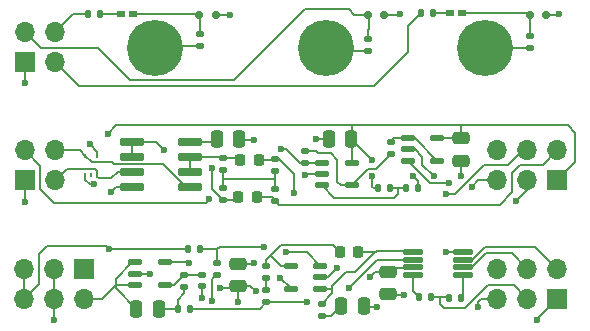
<source format=gbr>
%TF.GenerationSoftware,KiCad,Pcbnew,8.0.6*%
%TF.CreationDate,2024-11-12T19:13:31+01:00*%
%TF.ProjectId,EMG_amplifier,454d475f-616d-4706-9c69-666965722e6b,rev?*%
%TF.SameCoordinates,Original*%
%TF.FileFunction,Copper,L1,Top*%
%TF.FilePolarity,Positive*%
%FSLAX46Y46*%
G04 Gerber Fmt 4.6, Leading zero omitted, Abs format (unit mm)*
G04 Created by KiCad (PCBNEW 8.0.6) date 2024-11-12 19:13:31*
%MOMM*%
%LPD*%
G01*
G04 APERTURE LIST*
G04 Aperture macros list*
%AMRoundRect*
0 Rectangle with rounded corners*
0 $1 Rounding radius*
0 $2 $3 $4 $5 $6 $7 $8 $9 X,Y pos of 4 corners*
0 Add a 4 corners polygon primitive as box body*
4,1,4,$2,$3,$4,$5,$6,$7,$8,$9,$2,$3,0*
0 Add four circle primitives for the rounded corners*
1,1,$1+$1,$2,$3*
1,1,$1+$1,$4,$5*
1,1,$1+$1,$6,$7*
1,1,$1+$1,$8,$9*
0 Add four rect primitives between the rounded corners*
20,1,$1+$1,$2,$3,$4,$5,0*
20,1,$1+$1,$4,$5,$6,$7,0*
20,1,$1+$1,$6,$7,$8,$9,0*
20,1,$1+$1,$8,$9,$2,$3,0*%
G04 Aperture macros list end*
%TA.AperFunction,ComponentPad*%
%ADD10C,4.750000*%
%TD*%
%TA.AperFunction,ComponentPad*%
%ADD11O,1.700000X1.700000*%
%TD*%
%TA.AperFunction,ComponentPad*%
%ADD12R,1.700000X1.700000*%
%TD*%
%TA.AperFunction,SMDPad,CuDef*%
%ADD13RoundRect,0.135000X0.185000X-0.135000X0.185000X0.135000X-0.185000X0.135000X-0.185000X-0.135000X0*%
%TD*%
%TA.AperFunction,SMDPad,CuDef*%
%ADD14RoundRect,0.135000X0.135000X0.185000X-0.135000X0.185000X-0.135000X-0.185000X0.135000X-0.185000X0*%
%TD*%
%TA.AperFunction,SMDPad,CuDef*%
%ADD15RoundRect,0.225000X-0.225000X-0.250000X0.225000X-0.250000X0.225000X0.250000X-0.225000X0.250000X0*%
%TD*%
%TA.AperFunction,SMDPad,CuDef*%
%ADD16RoundRect,0.147500X0.457500X0.147500X-0.457500X0.147500X-0.457500X-0.147500X0.457500X-0.147500X0*%
%TD*%
%TA.AperFunction,SMDPad,CuDef*%
%ADD17RoundRect,0.135000X-0.185000X0.135000X-0.185000X-0.135000X0.185000X-0.135000X0.185000X0.135000X0*%
%TD*%
%TA.AperFunction,SMDPad,CuDef*%
%ADD18R,0.204000X0.353200*%
%TD*%
%TA.AperFunction,SMDPad,CuDef*%
%ADD19RoundRect,0.250000X0.250000X0.475000X-0.250000X0.475000X-0.250000X-0.475000X0.250000X-0.475000X0*%
%TD*%
%TA.AperFunction,SMDPad,CuDef*%
%ADD20RoundRect,0.250000X-0.475000X0.250000X-0.475000X-0.250000X0.475000X-0.250000X0.475000X0.250000X0*%
%TD*%
%TA.AperFunction,SMDPad,CuDef*%
%ADD21R,0.711200X0.558800*%
%TD*%
%TA.AperFunction,SMDPad,CuDef*%
%ADD22RoundRect,0.150000X0.150000X0.200000X-0.150000X0.200000X-0.150000X-0.200000X0.150000X-0.200000X0*%
%TD*%
%TA.AperFunction,SMDPad,CuDef*%
%ADD23RoundRect,0.225000X0.225000X0.250000X-0.225000X0.250000X-0.225000X-0.250000X0.225000X-0.250000X0*%
%TD*%
%TA.AperFunction,SMDPad,CuDef*%
%ADD24RoundRect,0.125000X0.687500X0.125000X-0.687500X0.125000X-0.687500X-0.125000X0.687500X-0.125000X0*%
%TD*%
%TA.AperFunction,SMDPad,CuDef*%
%ADD25RoundRect,0.147500X-0.457500X-0.147500X0.457500X-0.147500X0.457500X0.147500X-0.457500X0.147500X0*%
%TD*%
%TA.AperFunction,SMDPad,CuDef*%
%ADD26RoundRect,0.135000X-0.135000X-0.185000X0.135000X-0.185000X0.135000X0.185000X-0.135000X0.185000X0*%
%TD*%
%TA.AperFunction,SMDPad,CuDef*%
%ADD27RoundRect,0.250000X0.475000X-0.250000X0.475000X0.250000X-0.475000X0.250000X-0.475000X-0.250000X0*%
%TD*%
%TA.AperFunction,SMDPad,CuDef*%
%ADD28RoundRect,0.075000X-0.910000X-0.225000X0.910000X-0.225000X0.910000X0.225000X-0.910000X0.225000X0*%
%TD*%
%TA.AperFunction,SMDPad,CuDef*%
%ADD29RoundRect,0.140000X-0.170000X0.140000X-0.170000X-0.140000X0.170000X-0.140000X0.170000X0.140000X0*%
%TD*%
%TA.AperFunction,SMDPad,CuDef*%
%ADD30RoundRect,0.250000X-0.250000X-0.475000X0.250000X-0.475000X0.250000X0.475000X-0.250000X0.475000X0*%
%TD*%
%TA.AperFunction,ViaPad*%
%ADD31C,0.600000*%
%TD*%
%TA.AperFunction,Conductor*%
%ADD32C,0.200000*%
%TD*%
G04 APERTURE END LIST*
D10*
%TO.P,E2,1,Pin_1*%
%TO.N,/Electrode_Board/V_ER*%
X40000400Y-16067200D03*
%TD*%
%TO.P,E1,1,Pin_1*%
%TO.N,/Electrode_Board/V_E1*%
X53469200Y-16067200D03*
%TD*%
D11*
%TO.P,J4,6,Pin_6*%
%TO.N,unconnected-(J4-Pin_6-Pad6)*%
X54448000Y-24754600D03*
%TO.P,J4,5,Pin_5*%
%TO.N,GND*%
X54448000Y-27294600D03*
%TO.P,J4,4,Pin_4*%
%TO.N,/Filtering_Board/V_F2*%
X56988000Y-24754600D03*
%TO.P,J4,3,Pin_3*%
%TO.N,/Filtering_Board/V_CM*%
X56988000Y-27294600D03*
%TO.P,J4,2,Pin_2*%
%TO.N,/Filtering_Board/V_F1*%
X59528000Y-24754600D03*
D12*
%TO.P,J4,1,Pin_1*%
%TO.N,/Filtering_Board/+V_DD*%
X59528000Y-27294600D03*
%TD*%
D13*
%TO.P,R11,2*%
%TO.N,Net-(U1-IN-)*%
X27986200Y-35266400D03*
%TO.P,R11,1*%
%TO.N,Net-(C4-Pad1)*%
X27986200Y-36286400D03*
%TD*%
D11*
%TO.P,J7,6,Pin_6*%
%TO.N,+1V8*%
X14407400Y-37304800D03*
%TO.P,J7,5,Pin_5*%
X14407400Y-34764800D03*
%TO.P,J7,4,Pin_4*%
%TO.N,GND*%
X16947400Y-37304800D03*
%TO.P,J7,3,Pin_3*%
X16947400Y-34764800D03*
%TO.P,J7,2,Pin_2*%
%TO.N,/Processing_Board/V_EMG_OUT*%
X19487400Y-37304800D03*
D12*
%TO.P,J7,1,Pin_1*%
%TO.N,unconnected-(J7-Pin_1-Pad1)*%
X19487400Y-34764800D03*
%TD*%
D14*
%TO.P,R13,2*%
%TO.N,Net-(R13-Pad2)*%
X47880000Y-37200000D03*
%TO.P,R13,1*%
%TO.N,/Processing_Board/V_CM*%
X48900000Y-37200000D03*
%TD*%
D15*
%TO.P,C2,2*%
%TO.N,/Filtering_Board/V_F2*%
X34265000Y-25600000D03*
%TO.P,C2,1*%
%TO.N,Net-(U8--INB)*%
X32715000Y-25600000D03*
%TD*%
D16*
%TO.P,U3,5,V+*%
%TO.N,+1V8*%
X36982800Y-36453200D03*
%TO.P,U3,4,IN-*%
%TO.N,Net-(U3-IN-)*%
X36982800Y-34553200D03*
%TO.P,U3,3,IN+*%
%TO.N,Net-(U3-IN+)*%
X39492800Y-34553200D03*
%TO.P,U3,2,V-*%
%TO.N,GND*%
X39492800Y-35503200D03*
%TO.P,U3,1,OUT*%
%TO.N,Net-(U2-Ref)*%
X39492800Y-36453200D03*
%TD*%
D17*
%TO.P,R20,2*%
%TO.N,/Processing_Board/LPF_400Hz/V_EMG_INA*%
X34925400Y-37603200D03*
%TO.P,R20,1*%
%TO.N,Net-(R14-Pad2)*%
X34925400Y-36583200D03*
%TD*%
D18*
%TO.P,U7,5,IO2*%
%TO.N,/Filtering_Board/V_I2*%
X19605002Y-25192000D03*
%TO.P,U7,4,GND*%
%TO.N,GND*%
X20605000Y-25192000D03*
%TO.P,U7,3,IO1*%
%TO.N,/Filtering_Board/V_I1*%
X20605000Y-26840602D03*
%TO.P,U7,2,NC*%
%TO.N,unconnected-(U7-NC-Pad2)*%
X20105001Y-26840602D03*
%TO.P,U7,1,VCC*%
%TO.N,/Filtering_Board/+V_DD*%
X19605002Y-26840602D03*
%TD*%
D19*
%TO.P,C9,1*%
%TO.N,/Filtering_Board/+V_DD*%
X42100000Y-23750000D03*
%TO.P,C9,2*%
%TO.N,GND*%
X40200000Y-23750000D03*
%TD*%
D17*
%TO.P,R22,2*%
%TO.N,GND*%
X30729400Y-35270400D03*
%TO.P,R22,1*%
%TO.N,Net-(U3-IN+)*%
X30729400Y-34250400D03*
%TD*%
D14*
%TO.P,R4,1*%
%TO.N,Net-(L2-Pad1)*%
X20839200Y-13193800D03*
%TO.P,R4,2*%
%TO.N,/Electrode_Board/V_I2*%
X19819200Y-13193800D03*
%TD*%
D13*
%TO.P,R9,2*%
%TO.N,/Filtering_Board/V_F2*%
X35670000Y-25500000D03*
%TO.P,R9,1*%
%TO.N,Net-(R6-Pad2)*%
X35670000Y-26520000D03*
%TD*%
D14*
%TO.P,R3,1*%
%TO.N,Net-(L1-Pad2)*%
X48989200Y-13150800D03*
%TO.P,R3,2*%
%TO.N,/Electrode_Board/V_I1*%
X47969200Y-13150800D03*
%TD*%
D17*
%TO.P,R16,2*%
%TO.N,/Filtering_Board/V_PR*%
X38200000Y-25800000D03*
%TO.P,R16,1*%
%TO.N,Net-(U6-IN-)*%
X38200000Y-24780000D03*
%TD*%
D20*
%TO.P,C8,2*%
%TO.N,GND*%
X51430400Y-25609400D03*
%TO.P,C8,1*%
%TO.N,/Filtering_Board/+V_DD*%
X51430400Y-23709400D03*
%TD*%
D21*
%TO.P,L1,1,1*%
%TO.N,Net-(D1-K)*%
X51519200Y-13150800D03*
%TO.P,L1,2,2*%
%TO.N,Net-(L1-Pad2)*%
X50477800Y-13150800D03*
%TD*%
D22*
%TO.P,D1,1,K*%
%TO.N,Net-(D1-K)*%
X57219200Y-13250800D03*
%TO.P,D1,2,A*%
%TO.N,GND*%
X58619200Y-13250800D03*
%TD*%
D23*
%TO.P,C5,2*%
%TO.N,Net-(U3-IN-)*%
X41120000Y-33320000D03*
%TO.P,C5,1*%
%TO.N,Net-(U2-Ref)*%
X42670000Y-33320000D03*
%TD*%
D13*
%TO.P,R19,2*%
%TO.N,Net-(U2-Ref)*%
X39619400Y-37728200D03*
%TO.P,R19,1*%
%TO.N,Net-(C6-Pad1)*%
X39619400Y-38748200D03*
%TD*%
D22*
%TO.P,D3,1,K*%
%TO.N,/Electrode_Board/V_PR*%
X43519200Y-13250800D03*
%TO.P,D3,2,A*%
%TO.N,GND*%
X44919200Y-13250800D03*
%TD*%
D24*
%TO.P,U2,1,Rg*%
%TO.N,Net-(R12-Pad2)*%
X51560000Y-35300000D03*
%TO.P,U2,2,-*%
%TO.N,/Processing_Board/V_F2*%
X51560000Y-34650000D03*
%TO.P,U2,3,+*%
%TO.N,/Processing_Board/V_F1*%
X51560000Y-34000000D03*
%TO.P,U2,4,V-*%
%TO.N,GND*%
X51560000Y-33350000D03*
%TO.P,U2,5,Ref*%
%TO.N,Net-(U2-Ref)*%
X47335000Y-33350000D03*
%TO.P,U2,6*%
%TO.N,/Processing_Board/LPF_400Hz/V_EMG_INA*%
X47335000Y-34000000D03*
%TO.P,U2,7,V+*%
%TO.N,+1V8*%
X47335000Y-34650000D03*
%TO.P,U2,8,Rg*%
%TO.N,Net-(R13-Pad2)*%
X47335000Y-35300000D03*
%TD*%
D25*
%TO.P,U5,5,V+*%
%TO.N,/Filtering_Board/+V_DD*%
X49383200Y-23723800D03*
%TO.P,U5,4,IN-*%
%TO.N,Net-(U5-IN-)*%
X49383200Y-25623800D03*
%TO.P,U5,3,IN+*%
%TO.N,/Filtering_Board/V_CM*%
X46873200Y-25623800D03*
%TO.P,U5,2,V-*%
%TO.N,GND*%
X46873200Y-24673800D03*
%TO.P,U5,1,OUT*%
%TO.N,Net-(U5-IN-)*%
X46873200Y-23723800D03*
%TD*%
%TO.P,U6,1,OUT*%
%TO.N,/Filtering_Board/V_PR*%
X39619400Y-25822600D03*
%TO.P,U6,2,V-*%
%TO.N,GND*%
X39619400Y-26772600D03*
%TO.P,U6,3,IN+*%
%TO.N,Net-(U6-IN+)*%
X39619400Y-27722600D03*
%TO.P,U6,4,IN-*%
%TO.N,Net-(U6-IN-)*%
X42129400Y-27722600D03*
%TO.P,U6,5,V+*%
%TO.N,/Filtering_Board/+V_DD*%
X42129400Y-25822600D03*
%TD*%
D17*
%TO.P,R15,2*%
%TO.N,Net-(U6-IN-)*%
X45450000Y-25020000D03*
%TO.P,R15,1*%
%TO.N,Net-(U5-IN-)*%
X45450000Y-24000000D03*
%TD*%
D19*
%TO.P,C4,2*%
%TO.N,/Processing_Board/V_EMG_OUT*%
X23896800Y-38162000D03*
%TO.P,C4,1*%
%TO.N,Net-(C4-Pad1)*%
X25796800Y-38162000D03*
%TD*%
D13*
%TO.P,R8,2*%
%TO.N,Net-(R6-Pad2)*%
X35680000Y-28000000D03*
%TO.P,R8,1*%
%TO.N,/Filtering_Board/V_F1*%
X35680000Y-29020000D03*
%TD*%
D26*
%TO.P,R23,2*%
%TO.N,Net-(U6-IN+)*%
X45357800Y-27925800D03*
%TO.P,R23,1*%
%TO.N,/Filtering_Board/+V_DD*%
X44337800Y-27925800D03*
%TD*%
D20*
%TO.P,C10,1*%
%TO.N,+1V8*%
X45240000Y-35050000D03*
%TO.P,C10,2*%
%TO.N,GND*%
X45240000Y-36950000D03*
%TD*%
D27*
%TO.P,C11,2*%
%TO.N,GND*%
X32558200Y-34357000D03*
%TO.P,C11,1*%
%TO.N,+1V8*%
X32558200Y-36257000D03*
%TD*%
D13*
%TO.P,R6,1*%
%TO.N,Net-(U8--INA)*%
X31240000Y-28930000D03*
%TO.P,R6,2*%
%TO.N,Net-(R6-Pad2)*%
X31240000Y-27910000D03*
%TD*%
D26*
%TO.P,R24,2*%
%TO.N,GND*%
X47772800Y-27925800D03*
%TO.P,R24,1*%
%TO.N,Net-(U6-IN+)*%
X46752800Y-27925800D03*
%TD*%
D13*
%TO.P,R2,1*%
%TO.N,/Electrode_Board/V_E2*%
X29269200Y-15950800D03*
%TO.P,R2,2*%
%TO.N,Net-(D2-K)*%
X29269200Y-14930800D03*
%TD*%
D19*
%TO.P,C7,2*%
%TO.N,/Filtering_Board/+V_DD*%
X30700000Y-23810000D03*
%TO.P,C7,1*%
%TO.N,GND*%
X32600000Y-23810000D03*
%TD*%
D28*
%TO.P,U8,8,V+*%
%TO.N,/Filtering_Board/+V_DD*%
X28479000Y-24049000D03*
%TO.P,U8,7,OUTB*%
%TO.N,Net-(U8--INB)*%
X28479000Y-25319000D03*
%TO.P,U8,6,-INB*%
X28479000Y-26589000D03*
%TO.P,U8,5,+INB*%
%TO.N,/Filtering_Board/V_I2*%
X28479000Y-27859000D03*
%TO.P,U8,4,V-*%
%TO.N,GND*%
X23539000Y-27859000D03*
%TO.P,U8,3,+INA*%
%TO.N,/Filtering_Board/V_I1*%
X23539000Y-26589000D03*
%TO.P,U8,2,-INA*%
%TO.N,Net-(U8--INA)*%
X23539000Y-25319000D03*
%TO.P,U8,1,OUTA*%
X23539000Y-24049000D03*
%TD*%
D13*
%TO.P,R5,1*%
%TO.N,/Electrode_Board/V_ER*%
X43556400Y-16318000D03*
%TO.P,R5,2*%
%TO.N,/Electrode_Board/V_PR*%
X43556400Y-15298000D03*
%TD*%
D22*
%TO.P,D2,1,K*%
%TO.N,Net-(D2-K)*%
X29253200Y-13270000D03*
%TO.P,D2,2,A*%
%TO.N,GND*%
X30653200Y-13270000D03*
%TD*%
D21*
%TO.P,L2,1,1*%
%TO.N,Net-(L2-Pad1)*%
X22569200Y-13193800D03*
%TO.P,L2,2,2*%
%TO.N,Net-(D2-K)*%
X23610600Y-13193800D03*
%TD*%
D25*
%TO.P,U1,5,V+*%
%TO.N,+1V8*%
X26330600Y-34230000D03*
%TO.P,U1,4,IN-*%
%TO.N,Net-(U1-IN-)*%
X26330600Y-36130000D03*
%TO.P,U1,3,IN+*%
%TO.N,/Processing_Board/V_EMG_OUT*%
X23820600Y-36130000D03*
%TO.P,U1,2,V-*%
%TO.N,GND*%
X23820600Y-35180000D03*
%TO.P,U1,1,OUT*%
%TO.N,/Processing_Board/V_EMG_OUT*%
X23820600Y-34230000D03*
%TD*%
D29*
%TO.P,C3,2*%
%TO.N,GND*%
X29434000Y-36257000D03*
%TO.P,C3,1*%
%TO.N,Net-(U1-IN-)*%
X29434000Y-35297000D03*
%TD*%
D30*
%TO.P,C6,2*%
%TO.N,GND*%
X43145000Y-37933400D03*
%TO.P,C6,1*%
%TO.N,Net-(C6-Pad1)*%
X41245000Y-37933400D03*
%TD*%
D26*
%TO.P,R12,2*%
%TO.N,Net-(R12-Pad2)*%
X51370000Y-37220000D03*
%TO.P,R12,1*%
%TO.N,/Processing_Board/V_CM*%
X50350000Y-37220000D03*
%TD*%
%TO.P,R21,2*%
%TO.N,Net-(U3-IN+)*%
X29311000Y-33132800D03*
%TO.P,R21,1*%
%TO.N,+1V8*%
X28291000Y-33132800D03*
%TD*%
D12*
%TO.P,J1,1,Pin_1*%
%TO.N,GND*%
X14498800Y-17255000D03*
D11*
%TO.P,J1,2,Pin_2*%
%TO.N,/Electrode_Board/V_I1*%
X17038800Y-17255000D03*
%TO.P,J1,3,Pin_3*%
%TO.N,/Electrode_Board/V_PR*%
X14498800Y-14715000D03*
%TO.P,J1,4,Pin_4*%
%TO.N,/Electrode_Board/V_I2*%
X17038800Y-14715000D03*
%TD*%
D14*
%TO.P,R10,2*%
%TO.N,Net-(C4-Pad1)*%
X27398000Y-38162000D03*
%TO.P,R10,1*%
%TO.N,/Processing_Board/LPF_400Hz/V_EMG_INA*%
X28418000Y-38162000D03*
%TD*%
D13*
%TO.P,R7,2*%
%TO.N,Net-(U8--INB)*%
X31260000Y-25370000D03*
%TO.P,R7,1*%
%TO.N,Net-(R6-Pad2)*%
X31260000Y-26390000D03*
%TD*%
D17*
%TO.P,R14,2*%
%TO.N,Net-(R14-Pad2)*%
X34925400Y-35547800D03*
%TO.P,R14,1*%
%TO.N,Net-(U3-IN-)*%
X34925400Y-34527800D03*
%TD*%
D13*
%TO.P,R1,1*%
%TO.N,/Electrode_Board/V_E1*%
X57269200Y-16070800D03*
%TO.P,R1,2*%
%TO.N,Net-(D1-K)*%
X57269200Y-15050800D03*
%TD*%
D15*
%TO.P,C1,2*%
%TO.N,/Filtering_Board/V_F1*%
X34100000Y-28700000D03*
%TO.P,C1,1*%
%TO.N,Net-(U8--INA)*%
X32550000Y-28700000D03*
%TD*%
D11*
%TO.P,J3,6,Pin_6*%
%TO.N,unconnected-(J3-Pin_6-Pad6)*%
X54448000Y-34769400D03*
%TO.P,J3,5,Pin_5*%
%TO.N,GND*%
X54448000Y-37309400D03*
%TO.P,J3,4,Pin_4*%
%TO.N,/Processing_Board/V_F2*%
X56988000Y-34769400D03*
%TO.P,J3,3,Pin_3*%
%TO.N,/Processing_Board/V_CM*%
X56988000Y-37309400D03*
%TO.P,J3,2,Pin_2*%
%TO.N,/Processing_Board/V_F1*%
X59528000Y-34769400D03*
D12*
%TO.P,J3,1,Pin_1*%
%TO.N,+1V8*%
X59528000Y-37309400D03*
%TD*%
D11*
%TO.P,J2,4,Pin_4*%
%TO.N,/Filtering_Board/V_I2*%
X17038800Y-24754600D03*
%TO.P,J2,3,Pin_3*%
%TO.N,/Filtering_Board/V_PR*%
X14498800Y-24754600D03*
%TO.P,J2,2,Pin_2*%
%TO.N,/Filtering_Board/V_I1*%
X17038800Y-27294600D03*
D12*
%TO.P,J2,1,Pin_1*%
%TO.N,GND*%
X14498800Y-27294600D03*
%TD*%
D10*
%TO.P,E3,1,Pin_1*%
%TO.N,/Electrode_Board/V_E2*%
X25469200Y-16067200D03*
%TD*%
D31*
%TO.N,GND*%
X39100000Y-23750000D03*
X38150000Y-26800000D03*
X46580000Y-36960000D03*
%TO.N,+1V8*%
X43680000Y-35500000D03*
%TO.N,GND*%
X50100000Y-33350000D03*
X59719200Y-13200800D03*
X19995400Y-24252200D03*
X47325435Y-26924565D03*
X25075600Y-35180000D03*
X14498800Y-19050000D03*
X31847000Y-13270000D03*
X52344800Y-27875000D03*
X51430400Y-26909800D03*
X33862100Y-23870000D03*
X33904400Y-34326600D03*
X16937200Y-39076400D03*
X44290000Y-38040000D03*
X52840000Y-38040000D03*
X30323000Y-37501600D03*
X14513600Y-29109000D03*
X29434000Y-37222200D03*
X46269200Y-13200800D03*
X40900000Y-34740000D03*
X21748000Y-28316200D03*
X49093600Y-26935200D03*
%TO.N,/Filtering_Board/V_F2*%
X37250000Y-28330000D03*
X50120000Y-28410000D03*
%TO.N,/Filtering_Board/V_PR*%
X36200000Y-24600000D03*
X30079200Y-28900400D03*
%TO.N,/Processing_Board/LPF_400Hz/V_EMG_INA*%
X41884423Y-36374423D03*
X38390000Y-37577800D03*
%TO.N,Net-(U3-IN+)*%
X36555365Y-33390000D03*
X34742600Y-32925600D03*
%TO.N,+1V8*%
X28326600Y-34271800D03*
X30983400Y-36434800D03*
X34006000Y-36688800D03*
X57810800Y-39074400D03*
X21619200Y-33100800D03*
X32558200Y-37562000D03*
X36088800Y-35545800D03*
%TO.N,Net-(U8--INA)*%
X26233600Y-24700000D03*
X30348400Y-26249400D03*
%TO.N,/Filtering_Board/V_CM*%
X56080000Y-29020000D03*
X50414400Y-27544800D03*
%TO.N,/Filtering_Board/+V_DD*%
X20325600Y-27630400D03*
X43902165Y-26951000D03*
X21490900Y-23340900D03*
X43886600Y-25586600D03*
%TD*%
D32*
%TO.N,GND*%
X14498800Y-19050000D02*
X14498800Y-17255000D01*
X39100000Y-23750000D02*
X40200000Y-23750000D01*
%TO.N,/Filtering_Board/+V_DD*%
X42100000Y-23800000D02*
X43886600Y-25586600D01*
X42100000Y-23750000D02*
X42100000Y-23800000D01*
X42129400Y-25822600D02*
X42129400Y-23779400D01*
X42129400Y-23779400D02*
X42100000Y-23750000D01*
X42200000Y-23650000D02*
X42200000Y-22617000D01*
X42100000Y-23750000D02*
X42200000Y-23650000D01*
%TO.N,Net-(R13-Pad2)*%
X47335000Y-35300000D02*
X47335000Y-36655000D01*
X47335000Y-36655000D02*
X47880000Y-37200000D01*
%TO.N,/Processing_Board/V_CM*%
X55873800Y-36159400D02*
X53680114Y-36159400D01*
X51749514Y-38090000D02*
X49970000Y-38090000D01*
X49600000Y-37720000D02*
X49600000Y-37200000D01*
X57008800Y-37294400D02*
X55873800Y-36159400D01*
X53680114Y-36159400D02*
X51749514Y-38090000D01*
X49970000Y-38090000D02*
X49600000Y-37720000D01*
%TO.N,Net-(R12-Pad2)*%
X51560000Y-37030000D02*
X51370000Y-37220000D01*
X51560000Y-35300000D02*
X51560000Y-37030000D01*
%TO.N,/Processing_Board/V_CM*%
X49600000Y-37200000D02*
X50330000Y-37200000D01*
X48900000Y-37200000D02*
X49600000Y-37200000D01*
X50330000Y-37200000D02*
X50350000Y-37220000D01*
%TO.N,/Filtering_Board/+V_DD*%
X22214800Y-22617000D02*
X42200000Y-22617000D01*
X42200000Y-22617000D02*
X43556400Y-22617000D01*
%TO.N,GND*%
X47325435Y-26924565D02*
X47772800Y-27371930D01*
X47772800Y-27371930D02*
X47772800Y-27925800D01*
%TO.N,Net-(U6-IN-)*%
X43552000Y-26300000D02*
X44170000Y-26300000D01*
X44170000Y-26300000D02*
X45450000Y-25020000D01*
X42129400Y-27722600D02*
X43552000Y-26300000D01*
%TO.N,Net-(U5-IN-)*%
X45726200Y-23723800D02*
X46873200Y-23723800D01*
X45450000Y-24000000D02*
X45726200Y-23723800D01*
%TO.N,/Filtering_Board/V_PR*%
X37750000Y-25800000D02*
X38200000Y-25800000D01*
X36550000Y-24600000D02*
X37750000Y-25800000D01*
X36200000Y-24600000D02*
X36550000Y-24600000D01*
%TO.N,GND*%
X38177400Y-26772600D02*
X38150000Y-26800000D01*
X39619400Y-26772600D02*
X38177400Y-26772600D01*
%TO.N,/Filtering_Board/V_PR*%
X38222600Y-25822600D02*
X38200000Y-25800000D01*
X39619400Y-25822600D02*
X38222600Y-25822600D01*
%TO.N,/Filtering_Board/+V_DD*%
X21490900Y-23340900D02*
X22214800Y-22617000D01*
%TO.N,/Filtering_Board/V_F2*%
X37250000Y-26780000D02*
X35970000Y-25500000D01*
X37250000Y-28330000D02*
X37250000Y-26780000D01*
X35970000Y-25500000D02*
X35670000Y-25500000D01*
X35570000Y-25600000D02*
X35670000Y-25500000D01*
X34265000Y-25600000D02*
X35570000Y-25600000D01*
%TO.N,Net-(U8--INB)*%
X32485000Y-25370000D02*
X32715000Y-25600000D01*
X31260000Y-25370000D02*
X32485000Y-25370000D01*
%TO.N,Net-(R6-Pad2)*%
X31260000Y-27140000D02*
X35680000Y-27140000D01*
%TO.N,/Filtering_Board/V_F1*%
X35360000Y-28700000D02*
X35680000Y-29020000D01*
X34100000Y-28700000D02*
X35360000Y-28700000D01*
X55723000Y-26662700D02*
X56406900Y-25978800D01*
X56406900Y-25978800D02*
X58303800Y-25978800D01*
X55723000Y-28317000D02*
X55723000Y-26662700D01*
X58303800Y-25978800D02*
X59528000Y-24754600D01*
X36010800Y-29350800D02*
X54689200Y-29350800D01*
X35680000Y-29020000D02*
X36010800Y-29350800D01*
X54689200Y-29350800D02*
X55723000Y-28317000D01*
%TO.N,Net-(U8--INA)*%
X32320000Y-28930000D02*
X32550000Y-28700000D01*
X31240000Y-28930000D02*
X32320000Y-28930000D01*
%TO.N,Net-(R6-Pad2)*%
X31260000Y-27890000D02*
X31260000Y-26390000D01*
X31240000Y-27910000D02*
X31260000Y-27890000D01*
%TO.N,Net-(U8--INA)*%
X30348400Y-28038400D02*
X30348400Y-26249400D01*
X31240000Y-28930000D02*
X30348400Y-28038400D01*
%TO.N,/Filtering_Board/V_F2*%
X34290000Y-25670000D02*
X34270000Y-25650000D01*
%TO.N,Net-(R6-Pad2)*%
X35680000Y-27360000D02*
X35680000Y-26690000D01*
X35680000Y-28000000D02*
X35680000Y-27360000D01*
%TO.N,/Filtering_Board/+V_DD*%
X30461000Y-24049000D02*
X30700000Y-23810000D01*
X28479000Y-24049000D02*
X30461000Y-24049000D01*
%TO.N,GND*%
X32660000Y-23870000D02*
X33862100Y-23870000D01*
X32600000Y-23810000D02*
X32660000Y-23870000D01*
%TO.N,Net-(U3-IN+)*%
X36555365Y-33390000D02*
X38329600Y-33390000D01*
X38329600Y-33390000D02*
X39492800Y-34553200D01*
%TO.N,Net-(U3-IN-)*%
X40590000Y-32790000D02*
X41120000Y-33320000D01*
X36152200Y-32790000D02*
X40590000Y-32790000D01*
X34925400Y-34016800D02*
X36152200Y-32790000D01*
X34925400Y-34527800D02*
X34925400Y-34016800D01*
%TO.N,GND*%
X45250000Y-36960000D02*
X45240000Y-36950000D01*
X46580000Y-36960000D02*
X45250000Y-36960000D01*
X43251600Y-38040000D02*
X43145000Y-37933400D01*
X44290000Y-38040000D02*
X43251600Y-38040000D01*
%TO.N,+1V8*%
X47315000Y-34670000D02*
X47335000Y-34650000D01*
X45210000Y-35080000D02*
X45620000Y-34670000D01*
X45620000Y-34670000D02*
X47315000Y-34670000D01*
X44130000Y-35050000D02*
X45240000Y-35050000D01*
X43680000Y-35500000D02*
X44130000Y-35050000D01*
%TO.N,/Processing_Board/V_CM*%
X50540000Y-37200000D02*
X50560000Y-37220000D01*
%TO.N,GND*%
X52840000Y-37565200D02*
X53095800Y-37309400D01*
X53095800Y-37309400D02*
X54448000Y-37309400D01*
X52840000Y-38040000D02*
X52840000Y-37565200D01*
X40900000Y-34740000D02*
X40136800Y-35503200D01*
X40136800Y-35503200D02*
X39492800Y-35503200D01*
%TO.N,Net-(U2-Ref)*%
X40490000Y-36857600D02*
X39619400Y-37728200D01*
X40490000Y-36453200D02*
X40490000Y-36857600D01*
X39492800Y-36453200D02*
X40490000Y-36453200D01*
X42670000Y-33320000D02*
X44220000Y-33320000D01*
%TO.N,/Processing_Board/V_F2*%
X56988000Y-34769400D02*
X55681600Y-33463000D01*
%TO.N,GND*%
X51560000Y-33350000D02*
X50100000Y-33350000D01*
%TO.N,/Processing_Board/V_F1*%
X53550000Y-32920000D02*
X53407006Y-32920000D01*
X57662800Y-32904200D02*
X53565800Y-32904200D01*
X59528000Y-34769400D02*
X57662800Y-32904200D01*
X53565800Y-32904200D02*
X53550000Y-32920000D01*
%TO.N,/Electrode_Board/V_E1*%
X57095600Y-16067200D02*
X53469200Y-16067200D01*
X57099200Y-16070800D02*
X57095600Y-16067200D01*
X57269200Y-16070800D02*
X57099200Y-16070800D01*
%TO.N,/Electrode_Board/V_ER*%
X40251200Y-16318000D02*
X40000400Y-16067200D01*
X43556400Y-16318000D02*
X40251200Y-16318000D01*
%TO.N,/Electrode_Board/V_E2*%
X25585600Y-15950800D02*
X25469200Y-16067200D01*
X29269200Y-15950800D02*
X25585600Y-15950800D01*
%TO.N,Net-(D1-K)*%
X51520000Y-13150000D02*
X51519200Y-13150800D01*
X57118400Y-13150000D02*
X51520000Y-13150000D01*
X57219200Y-13250800D02*
X57118400Y-13150000D01*
%TO.N,/Filtering_Board/V_I2*%
X28081590Y-27859000D02*
X28479000Y-27859000D01*
X21991600Y-25919000D02*
X26141590Y-25919000D01*
X21814000Y-25741400D02*
X21991600Y-25919000D01*
X20154402Y-25741400D02*
X21814000Y-25741400D01*
X26141590Y-25919000D02*
X28081590Y-27859000D01*
X19605002Y-25192000D02*
X20154402Y-25741400D01*
%TO.N,/Filtering_Board/V_F2*%
X55414600Y-25995400D02*
X56655400Y-24754600D01*
X53344671Y-25995400D02*
X55414600Y-25995400D01*
X50930071Y-28410000D02*
X53344671Y-25995400D01*
X50120000Y-28410000D02*
X50930071Y-28410000D01*
X56655400Y-24754600D02*
X56988000Y-24754600D01*
%TO.N,/Processing_Board/V_EMG_OUT*%
X20979600Y-37304800D02*
X22154400Y-36130000D01*
X19487400Y-37319800D02*
X19502400Y-37304800D01*
X19502400Y-37304800D02*
X20979600Y-37304800D01*
%TO.N,GND*%
X16937200Y-37315000D02*
X16947400Y-37304800D01*
X16937200Y-39076400D02*
X16937200Y-37315000D01*
X16947400Y-37304800D02*
X16947400Y-34764800D01*
%TO.N,+1V8*%
X15677400Y-33542600D02*
X15677400Y-36034800D01*
X16369200Y-32850800D02*
X15677400Y-33542600D01*
X21369200Y-32850800D02*
X16369200Y-32850800D01*
X21619200Y-33100800D02*
X21369200Y-32850800D01*
X15677400Y-36034800D02*
X14407400Y-37304800D01*
X14407400Y-37304800D02*
X14407400Y-34764800D01*
%TO.N,/Filtering_Board/V_I1*%
X18007800Y-26325600D02*
X17007800Y-27325600D01*
X17007800Y-27325600D02*
X16922000Y-27325600D01*
X20605000Y-26512800D02*
X20417800Y-26325600D01*
X20417800Y-26325600D02*
X18007800Y-26325600D01*
X20605000Y-26840602D02*
X20605000Y-26512800D01*
%TO.N,GND*%
X14513600Y-27309400D02*
X14498800Y-27294600D01*
X14513600Y-29109000D02*
X14513600Y-27309400D01*
%TO.N,/Filtering_Board/V_I2*%
X19167602Y-24754600D02*
X17053600Y-24754600D01*
X19605002Y-25192000D02*
X19167602Y-24754600D01*
%TO.N,/Filtering_Board/V_PR*%
X16922800Y-29200800D02*
X15783600Y-28061600D01*
X29778800Y-29200800D02*
X16922800Y-29200800D01*
X15783600Y-28061600D02*
X15783600Y-26039400D01*
X15783600Y-26039400D02*
X14498800Y-24754600D01*
X30079200Y-28900400D02*
X29778800Y-29200800D01*
%TO.N,/Filtering_Board/+V_DD*%
X60432200Y-22617000D02*
X51389800Y-22617000D01*
X59528000Y-27294600D02*
X61071800Y-25750800D01*
X59528000Y-27249400D02*
X59528000Y-27294600D01*
X61071800Y-25750800D02*
X61071800Y-23256600D01*
X61071800Y-23256600D02*
X60432200Y-22617000D01*
%TO.N,GND*%
X52874400Y-27294600D02*
X54448000Y-27294600D01*
X52344800Y-27824200D02*
X52874400Y-27294600D01*
X52344800Y-27875000D02*
X52344800Y-27824200D01*
%TO.N,/Filtering_Board/V_CM*%
X56988000Y-28112000D02*
X56988000Y-27249400D01*
X56080000Y-29020000D02*
X56988000Y-28112000D01*
%TO.N,+1V8*%
X57810800Y-39026600D02*
X59528000Y-37309400D01*
X57810800Y-39074400D02*
X57810800Y-39026600D01*
%TO.N,/Processing_Board/V_F1*%
X59548800Y-34769400D02*
X59528000Y-34769400D01*
%TO.N,/Electrode_Board/V_I1*%
X19073600Y-19289800D02*
X17038800Y-17255000D01*
X46869200Y-14250800D02*
X46869200Y-16450800D01*
X46869200Y-16450800D02*
X44030200Y-19289800D01*
X44030200Y-19289800D02*
X19073600Y-19289800D01*
X47969200Y-13150800D02*
X46869200Y-14250800D01*
%TO.N,/Electrode_Board/V_I2*%
X18560000Y-13193800D02*
X17038800Y-14715000D01*
X19819200Y-13193800D02*
X18560000Y-13193800D01*
%TO.N,GND*%
X16947400Y-34887000D02*
X17003800Y-34830600D01*
X16937200Y-39076400D02*
X16947400Y-39066200D01*
%TO.N,/Electrode_Board/V_I2*%
X17038800Y-14715000D02*
X17038800Y-14794000D01*
%TO.N,/Electrode_Board/V_E1*%
X57269200Y-16070800D02*
X57265600Y-16067200D01*
%TO.N,Net-(D1-K)*%
X57269200Y-13300800D02*
X57219200Y-13250800D01*
X57269200Y-15050800D02*
X57269200Y-13300800D01*
%TO.N,Net-(D2-K)*%
X29269200Y-13286000D02*
X29253200Y-13270000D01*
X29269200Y-14930800D02*
X29269200Y-13286000D01*
%TO.N,/Electrode_Board/V_E2*%
X29269200Y-15950800D02*
X29281600Y-15938400D01*
%TO.N,GND*%
X59669200Y-13250800D02*
X59719200Y-13200800D01*
X58619200Y-13250800D02*
X59669200Y-13250800D01*
%TO.N,Net-(L1-Pad2)*%
X48989200Y-13150800D02*
X50477800Y-13150800D01*
%TO.N,GND*%
X19995400Y-24252200D02*
X20605000Y-24861800D01*
X33874000Y-34357000D02*
X32522600Y-34357000D01*
X22205200Y-27859000D02*
X23539000Y-27859000D01*
X47478199Y-24673800D02*
X46873200Y-24673800D01*
X29434000Y-36257000D02*
X29434000Y-37222200D01*
X31847000Y-13270000D02*
X30653200Y-13270000D01*
X46269200Y-13200800D02*
X46219200Y-13250800D01*
X31897800Y-13320800D02*
X31897800Y-13346200D01*
X32522600Y-34357000D02*
X32507400Y-34341800D01*
X20605000Y-24861800D02*
X20605000Y-25192000D01*
X33904400Y-34326600D02*
X33874000Y-34357000D01*
X23820600Y-35180000D02*
X25045200Y-35180000D01*
X31847000Y-13270000D02*
X31897800Y-13320800D01*
X30323000Y-35676800D02*
X30729400Y-35270400D01*
X49093600Y-26935200D02*
X48128400Y-25970000D01*
X51430400Y-25609400D02*
X51430400Y-26909800D01*
X48128400Y-25324001D02*
X47478199Y-24673800D01*
X21748000Y-28316200D02*
X22205200Y-27859000D01*
X25045200Y-35180000D02*
X25060400Y-35164800D01*
X48128400Y-25970000D02*
X48128400Y-25324001D01*
X46219200Y-13250800D02*
X44919200Y-13250800D01*
X30323000Y-37501600D02*
X30323000Y-35676800D01*
%TO.N,Net-(U1-IN-)*%
X29434000Y-35297000D02*
X28016800Y-35297000D01*
X26330600Y-36130000D02*
X27122600Y-36130000D01*
X27122600Y-36130000D02*
X27986200Y-35266400D01*
X28016800Y-35297000D02*
X27986200Y-35266400D01*
%TO.N,Net-(U3-IN-)*%
X36163000Y-34553200D02*
X35276000Y-33666200D01*
X36982800Y-34553200D02*
X36163000Y-34553200D01*
%TO.N,Net-(C4-Pad1)*%
X25796800Y-38162000D02*
X27398000Y-38162000D01*
X27398000Y-38162000D02*
X27398000Y-37454800D01*
X27398000Y-37454800D02*
X27986200Y-36866600D01*
X27986200Y-36286400D02*
X27986200Y-36866600D01*
%TO.N,Net-(D2-K)*%
X23610600Y-13193800D02*
X29177000Y-13193800D01*
X29281600Y-13374600D02*
X29253200Y-13346200D01*
X29177000Y-13193800D02*
X29253200Y-13270000D01*
%TO.N,Net-(L2-Pad1)*%
X20839200Y-13193800D02*
X22569200Y-13193800D01*
%TO.N,Net-(R14-Pad2)*%
X34925400Y-35547800D02*
X34925400Y-36583200D01*
%TO.N,Net-(U5-IN-)*%
X46873200Y-23723800D02*
X47483200Y-23723800D01*
X47483200Y-23723800D02*
X49383200Y-25623800D01*
%TO.N,/Processing_Board/V_EMG_OUT*%
X22154400Y-36419600D02*
X23896800Y-38162000D01*
X22154400Y-36130000D02*
X22154400Y-36419600D01*
X23528652Y-34230000D02*
X22154400Y-35604252D01*
X22154400Y-35604252D02*
X22154400Y-36130000D01*
X22154400Y-36130000D02*
X23820600Y-36130000D01*
X23820600Y-34230000D02*
X23528652Y-34230000D01*
%TO.N,Net-(C6-Pad1)*%
X39619400Y-38748200D02*
X40430200Y-38748200D01*
X40430200Y-38748200D02*
X41245000Y-37933400D01*
%TO.N,/Electrode_Board/V_PR*%
X43556400Y-14514600D02*
X43569200Y-14501800D01*
X43569200Y-14501800D02*
X43569200Y-13450800D01*
X43556400Y-14514600D02*
X43556400Y-15298000D01*
%TO.N,/Filtering_Board/V_I1*%
X22319800Y-26589000D02*
X23539000Y-26589000D01*
X20757400Y-27122400D02*
X21786400Y-27122400D01*
X21786400Y-27122400D02*
X22319800Y-26589000D01*
X23310400Y-26817600D02*
X23539000Y-26589000D01*
X20605000Y-26970000D02*
X20757400Y-27122400D01*
X20605000Y-26840602D02*
X20605000Y-26970000D01*
%TO.N,/Filtering_Board/V_I2*%
X19605002Y-25192000D02*
X19639800Y-25192000D01*
%TO.N,/Processing_Board/LPF_400Hz/V_EMG_INA*%
X34366600Y-38162000D02*
X34925400Y-37603200D01*
X28418000Y-38162000D02*
X34366600Y-38162000D01*
%TO.N,Net-(U3-IN+)*%
X30729400Y-33158200D02*
X30754800Y-33132800D01*
X34742600Y-32925600D02*
X30962000Y-32925600D01*
X29311000Y-33132800D02*
X30754800Y-33132800D01*
X30962000Y-32925600D02*
X30754800Y-33132800D01*
X30729400Y-34250400D02*
X30729400Y-33158200D01*
%TO.N,Net-(U6-IN+)*%
X46045600Y-28459200D02*
X45740800Y-28764000D01*
X40660800Y-28764000D02*
X39619400Y-27722600D01*
X45357800Y-27925800D02*
X46045600Y-27925800D01*
X46045600Y-27925800D02*
X46752800Y-27925800D01*
X45740800Y-28764000D02*
X40660800Y-28764000D01*
X46045600Y-27925800D02*
X46045600Y-28459200D01*
%TO.N,+1V8*%
X21651200Y-33132800D02*
X28291000Y-33132800D01*
X32380400Y-36434800D02*
X32558200Y-36257000D01*
X32543000Y-36241800D02*
X32507400Y-36241800D01*
X36982800Y-36439800D02*
X36982800Y-36453200D01*
X32522600Y-36257000D02*
X32507400Y-36241800D01*
X32558200Y-37562000D02*
X32558200Y-36292600D01*
X28284800Y-34230000D02*
X28326600Y-34271800D01*
X36088800Y-35545800D02*
X36982800Y-36439800D01*
X21619200Y-33100800D02*
X21651200Y-33132800D01*
X26330600Y-34230000D02*
X28284800Y-34230000D01*
X30983400Y-36434800D02*
X32380400Y-36434800D01*
X32558200Y-36292600D02*
X32507400Y-36241800D01*
X33574200Y-36257000D02*
X32522600Y-36257000D01*
X32558200Y-36257000D02*
X32543000Y-36241800D01*
X34006000Y-36688800D02*
X33574200Y-36257000D01*
%TO.N,Net-(U8--INA)*%
X25541590Y-24049000D02*
X25582600Y-24049000D01*
X23539000Y-24049000D02*
X23539000Y-25319000D01*
X25541590Y-24049000D02*
X23539000Y-24049000D01*
X25582600Y-24049000D02*
X26233600Y-24700000D01*
%TO.N,Net-(U8--INB)*%
X28479000Y-25319000D02*
X28479000Y-26589000D01*
%TO.N,/Filtering_Board/V_CM*%
X48794200Y-27544800D02*
X46873200Y-25623800D01*
X50414400Y-27544800D02*
X48794200Y-27544800D01*
%TO.N,/Filtering_Board/+V_DD*%
X44228365Y-27816365D02*
X44337800Y-27925800D01*
X51430400Y-23709400D02*
X49397600Y-23709400D01*
X43902165Y-26951000D02*
X43902165Y-27816365D01*
X19995400Y-27630400D02*
X19605002Y-27240002D01*
X51389800Y-22617000D02*
X51430400Y-22657600D01*
X51389800Y-22617000D02*
X43556400Y-22617000D01*
X44011600Y-27925800D02*
X44337800Y-27925800D01*
X20325600Y-27630400D02*
X19995400Y-27630400D01*
X51430400Y-22657600D02*
X51430400Y-23709400D01*
X49397600Y-23709400D02*
X49383200Y-23723800D01*
X43902165Y-27816365D02*
X44011600Y-27925800D01*
X19605002Y-27240002D02*
X19605002Y-26840602D01*
%TO.N,/Electrode_Board/V_PR*%
X23398400Y-18830000D02*
X20657800Y-16089400D01*
X43519200Y-13250800D02*
X42340800Y-13250800D01*
X20657800Y-16089400D02*
X15873200Y-16089400D01*
X42340800Y-13250800D02*
X41890000Y-12800000D01*
X41890000Y-12800000D02*
X38180000Y-12800000D01*
X32150000Y-18830000D02*
X23398400Y-18830000D01*
X38180000Y-12800000D02*
X32150000Y-18830000D01*
X15873200Y-16089400D02*
X14498800Y-14715000D01*
%TO.N,/Processing_Board/LPF_400Hz/V_EMG_INA*%
X38364600Y-37603200D02*
X34925400Y-37603200D01*
X38390000Y-37577800D02*
X38364600Y-37603200D01*
X41884423Y-36374423D02*
X44258846Y-34000000D01*
X44258846Y-34000000D02*
X47335000Y-34000000D01*
%TO.N,Net-(U2-Ref)*%
X40490000Y-36230000D02*
X40490000Y-36453200D01*
X41640000Y-35080000D02*
X40490000Y-36230000D01*
X42460000Y-35080000D02*
X41640000Y-35080000D01*
X44230000Y-33310000D02*
X42460000Y-35080000D01*
X47295000Y-33310000D02*
X44230000Y-33310000D01*
X47335000Y-33350000D02*
X47295000Y-33310000D01*
%TO.N,/Processing_Board/V_F1*%
X53407006Y-32920000D02*
X52327006Y-34000000D01*
%TO.N,/Processing_Board/V_F2*%
X55681600Y-33463000D02*
X53514006Y-33463000D01*
%TO.N,/Processing_Board/V_F1*%
X52327006Y-34000000D02*
X51560000Y-34000000D01*
%TO.N,/Processing_Board/V_F2*%
X52327006Y-34650000D02*
X51560000Y-34650000D01*
X53514006Y-33463000D02*
X52327006Y-34650000D01*
%TO.N,Net-(U8--INB)*%
X28555200Y-25395200D02*
X28479000Y-25319000D01*
X28479000Y-25319000D02*
X31209000Y-25319000D01*
X31209000Y-25319000D02*
X31260000Y-25370000D01*
%TO.N,Net-(U6-IN-)*%
X39080000Y-24780000D02*
X38200000Y-24780000D01*
X42129400Y-27722600D02*
X41219600Y-27722600D01*
X40350000Y-25000000D02*
X39300000Y-25000000D01*
X41219600Y-27722600D02*
X40889400Y-27392400D01*
X40888200Y-25538200D02*
X40350000Y-25000000D01*
X40889400Y-27392400D02*
X40889400Y-25538200D01*
X40889400Y-25538200D02*
X40888200Y-25538200D01*
X39300000Y-25000000D02*
X39080000Y-24780000D01*
%TD*%
M02*

</source>
